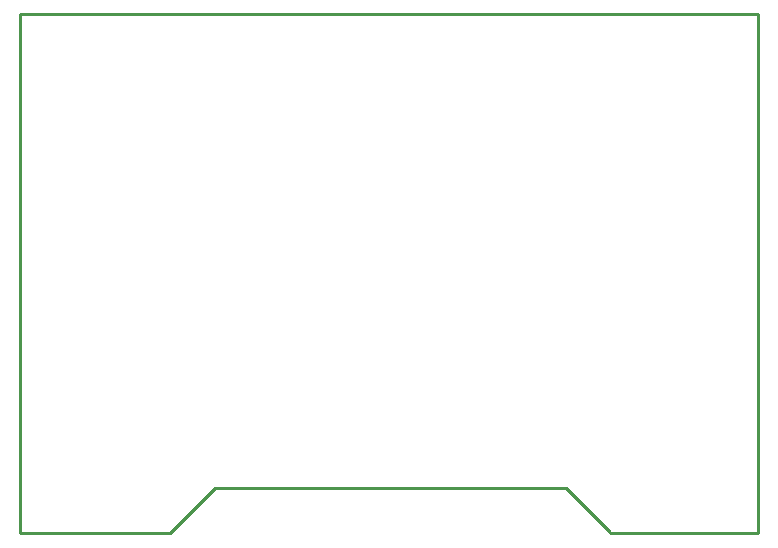
<source format=gko>
G04 Layer: BoardOutlineLayer*
G04 EasyEDA v6.4.31, 2022-02-21 16:35:37*
G04 86a35107d0e148c68cbe8ff221d4d82a,63e7e6c6506342ae886175fa881d857f,10*
G04 Gerber Generator version 0.2*
G04 Scale: 100 percent, Rotated: No, Reflected: No *
G04 Dimensions in millimeters *
G04 leading zeros omitted , absolute positions ,4 integer and 5 decimal *
%FSLAX45Y45*%
%MOMM*%

%ADD10C,0.2540*%
D10*
X5930900Y-6451600D02*
G01*
X7188200Y-6451600D01*
X7200900Y-6451600D01*
X7581900Y-6070600D01*
X12179300Y-6451600D02*
G01*
X10922000Y-6451600D01*
X10922000Y-6438900D01*
X10553700Y-6070600D01*
X7581900Y-6070600D01*
X12179300Y-6451600D02*
G01*
X12179300Y-2057400D01*
X5930900Y-2057400D01*
X5930900Y-2082800D01*
X5930900Y-2082800D02*
G01*
X5930900Y-6451600D01*

%LPD*%
M02*

</source>
